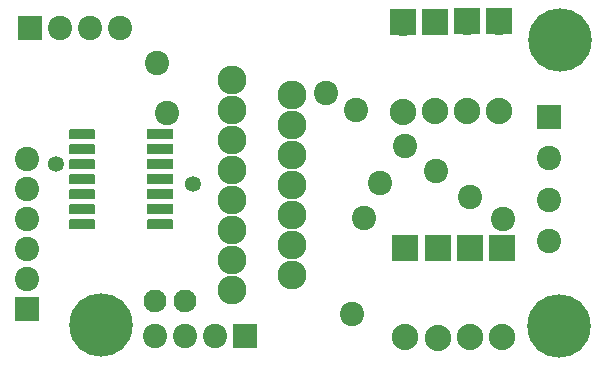
<source format=gts>
G04 MADE WITH FRITZING*
G04 WWW.FRITZING.ORG*
G04 DOUBLE SIDED*
G04 HOLES PLATED*
G04 CONTOUR ON CENTER OF CONTOUR VECTOR*
%ASAXBY*%
%FSLAX23Y23*%
%MOIN*%
%OFA0B0*%
%SFA1.0B1.0*%
%ADD10C,0.096000*%
%ADD11C,0.081000*%
%ADD12C,0.088000*%
%ADD13C,0.076000*%
%ADD14C,0.211354*%
%ADD15C,0.053244*%
%ADD16R,0.081000X0.081000*%
%ADD17R,0.088000X0.088000*%
%ADD18R,0.086000X0.032000*%
%ADD19C,0.006000*%
%LNMASK1*%
G90*
G70*
G54D10*
X798Y936D03*
X998Y886D03*
X798Y836D03*
X998Y786D03*
X798Y736D03*
X998Y686D03*
X798Y636D03*
X998Y586D03*
X798Y536D03*
X998Y486D03*
X798Y436D03*
X998Y386D03*
X798Y336D03*
X998Y286D03*
X798Y236D03*
G54D11*
X1852Y814D03*
X1852Y676D03*
X1852Y539D03*
X1852Y401D03*
G54D12*
X1697Y378D03*
X1697Y80D03*
X1589Y378D03*
X1589Y80D03*
X1482Y377D03*
X1482Y79D03*
X1373Y378D03*
X1373Y80D03*
X1686Y1132D03*
X1686Y834D03*
X1579Y1132D03*
X1579Y834D03*
X1473Y1131D03*
X1473Y833D03*
X1367Y1129D03*
X1367Y831D03*
G54D11*
X841Y83D03*
X741Y83D03*
X641Y83D03*
X541Y83D03*
X122Y1112D03*
X222Y1112D03*
X322Y1112D03*
X422Y1112D03*
X112Y175D03*
X112Y275D03*
X112Y375D03*
X112Y475D03*
X112Y575D03*
X112Y675D03*
G54D13*
X641Y202D03*
X541Y202D03*
G54D14*
X1889Y1071D03*
X1886Y119D03*
X360Y121D03*
G54D11*
X1375Y719D03*
X1478Y634D03*
X1591Y547D03*
X1699Y475D03*
X1236Y476D03*
X1291Y593D03*
X1196Y156D03*
X1111Y894D03*
X1209Y836D03*
X579Y828D03*
X547Y993D03*
G54D15*
X667Y591D03*
X209Y657D03*
G54D16*
X1852Y814D03*
G54D17*
X1697Y379D03*
X1589Y379D03*
X1482Y378D03*
X1373Y379D03*
X1686Y1133D03*
X1579Y1133D03*
X1473Y1132D03*
X1367Y1130D03*
G54D16*
X841Y83D03*
X122Y1112D03*
X112Y175D03*
G54D18*
X557Y508D03*
X557Y558D03*
X557Y608D03*
X557Y658D03*
X557Y708D03*
X557Y758D03*
G36*
X517Y471D02*
X597Y471D01*
X597Y445D01*
X517Y445D01*
X517Y471D01*
G37*
G54D19*
X517Y471D02*
X597Y471D01*
X597Y445D01*
X517Y445D01*
X517Y471D01*
D02*
G36*
X256Y771D02*
X336Y771D01*
X336Y745D01*
X256Y745D01*
X256Y771D01*
G37*
X256Y771D02*
X336Y771D01*
X336Y745D01*
X256Y745D01*
X256Y771D01*
D02*
G36*
X256Y721D02*
X336Y721D01*
X336Y695D01*
X256Y695D01*
X256Y721D01*
G37*
X256Y721D02*
X336Y721D01*
X336Y695D01*
X256Y695D01*
X256Y721D01*
D02*
G36*
X256Y671D02*
X336Y671D01*
X336Y645D01*
X256Y645D01*
X256Y671D01*
G37*
X256Y671D02*
X336Y671D01*
X336Y645D01*
X256Y645D01*
X256Y671D01*
D02*
G36*
X256Y621D02*
X336Y621D01*
X336Y595D01*
X256Y595D01*
X256Y621D01*
G37*
X256Y621D02*
X336Y621D01*
X336Y595D01*
X256Y595D01*
X256Y621D01*
D02*
G36*
X256Y571D02*
X336Y571D01*
X336Y545D01*
X256Y545D01*
X256Y571D01*
G37*
X256Y571D02*
X336Y571D01*
X336Y545D01*
X256Y545D01*
X256Y571D01*
D02*
G36*
X256Y521D02*
X336Y521D01*
X336Y495D01*
X256Y495D01*
X256Y521D01*
G37*
X256Y521D02*
X336Y521D01*
X336Y495D01*
X256Y495D01*
X256Y521D01*
D02*
G36*
X256Y471D02*
X336Y471D01*
X336Y445D01*
X256Y445D01*
X256Y471D01*
G37*
X256Y471D02*
X336Y471D01*
X336Y445D01*
X256Y445D01*
X256Y471D01*
D02*
G04 End of Mask1*
M02*
</source>
